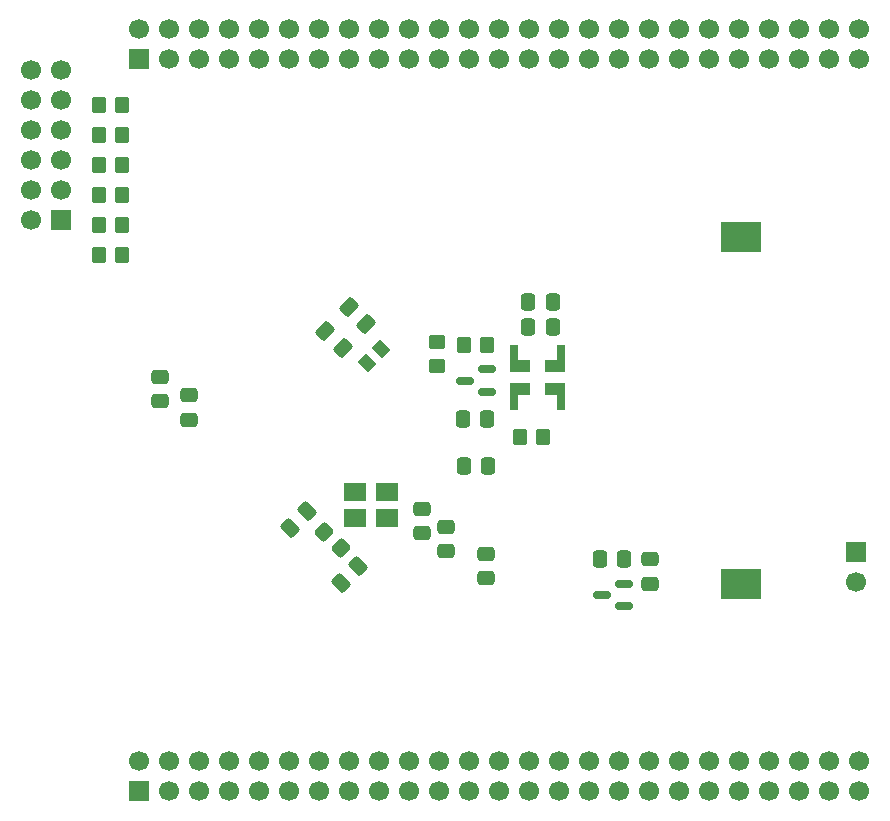
<source format=gbr>
%TF.GenerationSoftware,KiCad,Pcbnew,9.0.1*%
%TF.CreationDate,2025-04-21T04:08:06+03:00*%
%TF.ProjectId,k1921vg015_devboard,6b313932-3176-4673-9031-355f64657662,rev?*%
%TF.SameCoordinates,Original*%
%TF.FileFunction,Soldermask,Bot*%
%TF.FilePolarity,Negative*%
%FSLAX46Y46*%
G04 Gerber Fmt 4.6, Leading zero omitted, Abs format (unit mm)*
G04 Created by KiCad (PCBNEW 9.0.1) date 2025-04-21 04:08:06*
%MOMM*%
%LPD*%
G01*
G04 APERTURE LIST*
G04 Aperture macros list*
%AMRoundRect*
0 Rectangle with rounded corners*
0 $1 Rounding radius*
0 $2 $3 $4 $5 $6 $7 $8 $9 X,Y pos of 4 corners*
0 Add a 4 corners polygon primitive as box body*
4,1,4,$2,$3,$4,$5,$6,$7,$8,$9,$2,$3,0*
0 Add four circle primitives for the rounded corners*
1,1,$1+$1,$2,$3*
1,1,$1+$1,$4,$5*
1,1,$1+$1,$6,$7*
1,1,$1+$1,$8,$9*
0 Add four rect primitives between the rounded corners*
20,1,$1+$1,$2,$3,$4,$5,0*
20,1,$1+$1,$4,$5,$6,$7,0*
20,1,$1+$1,$6,$7,$8,$9,0*
20,1,$1+$1,$8,$9,$2,$3,0*%
%AMRotRect*
0 Rectangle, with rotation*
0 The origin of the aperture is its center*
0 $1 length*
0 $2 width*
0 $3 Rotation angle, in degrees counterclockwise*
0 Add horizontal line*
21,1,$1,$2,0,0,$3*%
%AMFreePoly0*
4,1,7,0.500000,-0.850000,-0.500000,-0.850000,-0.500000,0.150000,-1.800000,0.150000,-1.800000,0.850000,0.500000,0.850000,0.500000,-0.850000,0.500000,-0.850000,$1*%
%AMFreePoly1*
4,1,7,1.800000,0.150000,0.500000,0.150000,0.500000,-0.850000,-0.500000,-0.850000,-0.500000,0.850000,1.800000,0.850000,1.800000,0.150000,1.800000,0.150000,$1*%
G04 Aperture macros list end*
%ADD10RoundRect,0.250000X0.337500X0.475000X-0.337500X0.475000X-0.337500X-0.475000X0.337500X-0.475000X0*%
%ADD11RoundRect,0.150000X0.587500X0.150000X-0.587500X0.150000X-0.587500X-0.150000X0.587500X-0.150000X0*%
%ADD12R,3.510000X2.540000*%
%ADD13R,1.700000X1.700000*%
%ADD14C,1.700000*%
%ADD15RoundRect,0.250000X-0.337500X-0.475000X0.337500X-0.475000X0.337500X0.475000X-0.337500X0.475000X0*%
%ADD16RoundRect,0.250000X-0.475000X0.337500X-0.475000X-0.337500X0.475000X-0.337500X0.475000X0.337500X0*%
%ADD17RoundRect,0.250000X-0.097227X0.574524X-0.574524X0.097227X0.097227X-0.574524X0.574524X-0.097227X0*%
%ADD18RoundRect,0.250000X0.475000X-0.337500X0.475000X0.337500X-0.475000X0.337500X-0.475000X-0.337500X0*%
%ADD19RoundRect,0.250000X0.574524X0.097227X0.097227X0.574524X-0.574524X-0.097227X-0.097227X-0.574524X0*%
%ADD20RoundRect,0.250000X0.350000X0.450000X-0.350000X0.450000X-0.350000X-0.450000X0.350000X-0.450000X0*%
%ADD21RotRect,1.050000X1.200000X225.000000*%
%ADD22RoundRect,0.250000X0.450000X-0.350000X0.450000X0.350000X-0.450000X0.350000X-0.450000X-0.350000X0*%
%ADD23R,1.950000X1.650000*%
%ADD24FreePoly0,270.000000*%
%ADD25FreePoly1,270.000000*%
%ADD26FreePoly0,90.000000*%
%ADD27FreePoly1,90.000000*%
%ADD28RoundRect,0.250000X-0.350000X-0.450000X0.350000X-0.450000X0.350000X0.450000X-0.350000X0.450000X0*%
%ADD29RoundRect,0.250000X-0.565685X-0.070711X-0.070711X-0.565685X0.565685X0.070711X0.070711X0.565685X0*%
G04 APERTURE END LIST*
D10*
%TO.C,C12*%
X51012500Y-12600000D03*
X53087500Y-12600000D03*
%TD*%
D11*
%TO.C,D1*%
X51212500Y-15630000D03*
X53087500Y-16580000D03*
X53087500Y-14680000D03*
%TD*%
D12*
%TO.C,BT1*%
X63000000Y14680000D03*
X63000000Y-14680000D03*
%TD*%
D13*
%TO.C,J3*%
X5420000Y16080000D03*
D14*
X2880000Y16080000D03*
X5420000Y18620000D03*
X2880000Y18620000D03*
X5420000Y21160000D03*
X2880000Y21160000D03*
X5420000Y23700000D03*
X2880000Y23700000D03*
X5420000Y26240000D03*
X2880000Y26240000D03*
X5420000Y28780000D03*
X2880000Y28780000D03*
%TD*%
D13*
%TO.C,J2*%
X12020000Y29725000D03*
D14*
X12020000Y32265000D03*
X14560000Y29725000D03*
X14560000Y32265000D03*
X17100000Y29725000D03*
X17100000Y32265000D03*
X19640000Y29725000D03*
X19640000Y32265000D03*
X22180000Y29725000D03*
X22180000Y32265000D03*
X24720000Y29725000D03*
X24720000Y32265000D03*
X27260000Y29725000D03*
X27260000Y32265000D03*
X29800000Y29725000D03*
X29800000Y32265000D03*
X32340000Y29725000D03*
X32340000Y32265000D03*
X34880000Y29725000D03*
X34880000Y32265000D03*
X37420000Y29725000D03*
X37420000Y32265000D03*
X39960000Y29725000D03*
X39960000Y32265000D03*
X42500000Y29725000D03*
X42500000Y32265000D03*
X45040000Y29725000D03*
X45040000Y32265000D03*
X47580000Y29725000D03*
X47580000Y32265000D03*
X50120000Y29725000D03*
X50120000Y32265000D03*
X52660000Y29725000D03*
X52660000Y32265000D03*
X55200000Y29725000D03*
X55200000Y32265000D03*
X57740000Y29725000D03*
X57740000Y32265000D03*
X60280000Y29725000D03*
X60280000Y32265000D03*
X62820000Y29725000D03*
X62820000Y32265000D03*
X65360000Y29725000D03*
X65360000Y32265000D03*
X67900000Y29725000D03*
X67900000Y32265000D03*
X70440000Y29725000D03*
X70440000Y32265000D03*
X72980000Y29725000D03*
X72980000Y32265000D03*
%TD*%
D13*
%TO.C,J4*%
X72700000Y-12025000D03*
D14*
X72700000Y-14565000D03*
%TD*%
D13*
%TO.C,J1*%
X12020000Y-32275000D03*
D14*
X12020000Y-29735000D03*
X14560000Y-32275000D03*
X14560000Y-29735000D03*
X17100000Y-32275000D03*
X17100000Y-29735000D03*
X19640000Y-32275000D03*
X19640000Y-29735000D03*
X22180000Y-32275000D03*
X22180000Y-29735000D03*
X24720000Y-32275000D03*
X24720000Y-29735000D03*
X27260000Y-32275000D03*
X27260000Y-29735000D03*
X29800000Y-32275000D03*
X29800000Y-29735000D03*
X32340000Y-32275000D03*
X32340000Y-29735000D03*
X34880000Y-32275000D03*
X34880000Y-29735000D03*
X37420000Y-32275000D03*
X37420000Y-29735000D03*
X39960000Y-32275000D03*
X39960000Y-29735000D03*
X42500000Y-32275000D03*
X42500000Y-29735000D03*
X45040000Y-32275000D03*
X45040000Y-29735000D03*
X47580000Y-32275000D03*
X47580000Y-29735000D03*
X50120000Y-32275000D03*
X50120000Y-29735000D03*
X52660000Y-32275000D03*
X52660000Y-29735000D03*
X55200000Y-32275000D03*
X55200000Y-29735000D03*
X57740000Y-32275000D03*
X57740000Y-29735000D03*
X60280000Y-32275000D03*
X60280000Y-29735000D03*
X62820000Y-32275000D03*
X62820000Y-29735000D03*
X65360000Y-32275000D03*
X65360000Y-29735000D03*
X67900000Y-32275000D03*
X67900000Y-29735000D03*
X70440000Y-32275000D03*
X70440000Y-29735000D03*
X72980000Y-32275000D03*
X72980000Y-29735000D03*
%TD*%
D15*
%TO.C,C4*%
X39500000Y-4700000D03*
X41575000Y-4700000D03*
%TD*%
D16*
%TO.C,C2*%
X36000000Y-8362500D03*
X36000000Y-10437500D03*
%TD*%
D10*
%TO.C,C10*%
X47030000Y7025000D03*
X44955000Y7025000D03*
%TD*%
D17*
%TO.C,C14*%
X30533623Y-13199977D03*
X29066377Y-14667223D03*
%TD*%
D18*
%TO.C,C6*%
X13750000Y750000D03*
X13750000Y2825000D03*
%TD*%
D16*
%TO.C,C1*%
X38000000Y-9862500D03*
X38000000Y-11937500D03*
%TD*%
%TO.C,C3*%
X41400000Y-12162500D03*
X41400000Y-14237500D03*
%TD*%
D19*
%TO.C,C17*%
X31233623Y7266377D03*
X29766377Y8733623D03*
%TD*%
D20*
%TO.C,R7*%
X10600000Y25850000D03*
X8600000Y25850000D03*
%TD*%
D21*
%TO.C,Y2*%
X32474363Y5181963D03*
X31307637Y4015237D03*
%TD*%
D19*
%TO.C,C18*%
X29233623Y5266377D03*
X27766377Y6733623D03*
%TD*%
D20*
%TO.C,R2*%
X10600000Y18230000D03*
X8600000Y18230000D03*
%TD*%
%TO.C,R6*%
X10600000Y20770000D03*
X8600000Y20770000D03*
%TD*%
D17*
%TO.C,C15*%
X26233623Y-8516377D03*
X24766377Y-9983623D03*
%TD*%
D22*
%TO.C,R12*%
X37250000Y3750000D03*
X37250000Y5750000D03*
%TD*%
D23*
%TO.C,Y3*%
X33033700Y-9112799D03*
X30283700Y-9112801D03*
X30283700Y-6912801D03*
X33033700Y-6912799D03*
%TD*%
D20*
%TO.C,R3*%
X10600000Y15690000D03*
X8600000Y15690000D03*
%TD*%
%TO.C,R5*%
X10600000Y13150000D03*
X8600000Y13150000D03*
%TD*%
D16*
%TO.C,C5*%
X16250000Y1250000D03*
X16250000Y-825000D03*
%TD*%
D24*
%TO.C,L1*%
X47250000Y3700000D03*
D25*
X47250000Y1800000D03*
D26*
X44250000Y1800000D03*
D27*
X44250000Y3700000D03*
%TD*%
D20*
%TO.C,R13*%
X46250000Y-2250000D03*
X44250000Y-2250000D03*
%TD*%
D11*
%TO.C,U2*%
X41500000Y3450000D03*
X41500000Y1550000D03*
X39625000Y2500000D03*
%TD*%
D28*
%TO.C,R11*%
X39500000Y5500000D03*
X41500000Y5500000D03*
%TD*%
D18*
%TO.C,C11*%
X55275000Y-14680000D03*
X55275000Y-12605000D03*
%TD*%
D10*
%TO.C,C9*%
X47030000Y9175000D03*
X44955000Y9175000D03*
%TD*%
%TO.C,C13*%
X41500000Y-750000D03*
X39425000Y-750000D03*
%TD*%
D29*
%TO.C,R14*%
X27692893Y-10292893D03*
X29107107Y-11707107D03*
%TD*%
D20*
%TO.C,R4*%
X10600000Y23310000D03*
X8600000Y23310000D03*
%TD*%
M02*

</source>
